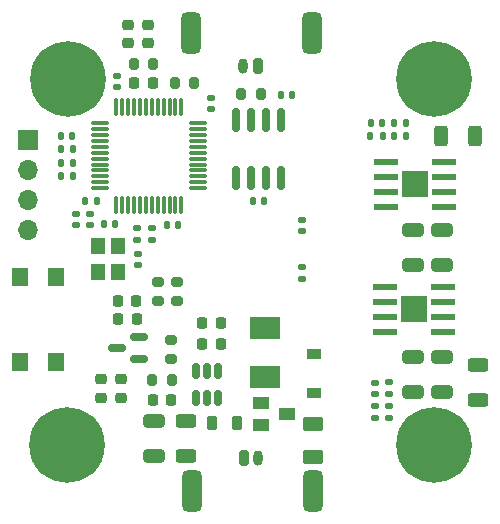
<source format=gbr>
%TF.GenerationSoftware,KiCad,Pcbnew,(6.0.6)*%
%TF.CreationDate,2023-03-01T01:58:39-05:00*%
%TF.ProjectId,Driver-Board,44726976-6572-42d4-926f-6172642e6b69,rev?*%
%TF.SameCoordinates,Original*%
%TF.FileFunction,Soldermask,Top*%
%TF.FilePolarity,Negative*%
%FSLAX46Y46*%
G04 Gerber Fmt 4.6, Leading zero omitted, Abs format (unit mm)*
G04 Created by KiCad (PCBNEW (6.0.6)) date 2023-03-01 01:58:39*
%MOMM*%
%LPD*%
G01*
G04 APERTURE LIST*
G04 Aperture macros list*
%AMRoundRect*
0 Rectangle with rounded corners*
0 $1 Rounding radius*
0 $2 $3 $4 $5 $6 $7 $8 $9 X,Y pos of 4 corners*
0 Add a 4 corners polygon primitive as box body*
4,1,4,$2,$3,$4,$5,$6,$7,$8,$9,$2,$3,0*
0 Add four circle primitives for the rounded corners*
1,1,$1+$1,$2,$3*
1,1,$1+$1,$4,$5*
1,1,$1+$1,$6,$7*
1,1,$1+$1,$8,$9*
0 Add four rect primitives between the rounded corners*
20,1,$1+$1,$2,$3,$4,$5,0*
20,1,$1+$1,$4,$5,$6,$7,0*
20,1,$1+$1,$6,$7,$8,$9,0*
20,1,$1+$1,$8,$9,$2,$3,0*%
G04 Aperture macros list end*
%ADD10RoundRect,0.200000X-0.200000X-0.275000X0.200000X-0.275000X0.200000X0.275000X-0.200000X0.275000X0*%
%ADD11RoundRect,0.135000X0.135000X0.185000X-0.135000X0.185000X-0.135000X-0.185000X0.135000X-0.185000X0*%
%ADD12RoundRect,0.140000X0.140000X0.170000X-0.140000X0.170000X-0.140000X-0.170000X0.140000X-0.170000X0*%
%ADD13RoundRect,0.225000X-0.250000X0.225000X-0.250000X-0.225000X0.250000X-0.225000X0.250000X0.225000X0*%
%ADD14RoundRect,0.225000X0.225000X0.250000X-0.225000X0.250000X-0.225000X-0.250000X0.225000X-0.250000X0*%
%ADD15RoundRect,0.140000X0.170000X-0.140000X0.170000X0.140000X-0.170000X0.140000X-0.170000X-0.140000X0*%
%ADD16RoundRect,0.075000X0.075000X-0.662500X0.075000X0.662500X-0.075000X0.662500X-0.075000X-0.662500X0*%
%ADD17RoundRect,0.075000X0.662500X-0.075000X0.662500X0.075000X-0.662500X0.075000X-0.662500X-0.075000X0*%
%ADD18RoundRect,0.250000X0.625000X-0.375000X0.625000X0.375000X-0.625000X0.375000X-0.625000X-0.375000X0*%
%ADD19RoundRect,0.225000X-0.225000X-0.250000X0.225000X-0.250000X0.225000X0.250000X-0.225000X0.250000X0*%
%ADD20RoundRect,0.200000X0.200000X0.450000X-0.200000X0.450000X-0.200000X-0.450000X0.200000X-0.450000X0*%
%ADD21O,0.800000X1.300000*%
%ADD22RoundRect,0.140000X-0.170000X0.140000X-0.170000X-0.140000X0.170000X-0.140000X0.170000X0.140000X0*%
%ADD23RoundRect,0.135000X-0.135000X-0.185000X0.135000X-0.185000X0.135000X0.185000X-0.135000X0.185000X0*%
%ADD24RoundRect,0.040600X-0.944400X-0.249400X0.944400X-0.249400X0.944400X0.249400X-0.944400X0.249400X0*%
%ADD25R,2.285000X2.285000*%
%ADD26RoundRect,0.140000X-0.140000X-0.170000X0.140000X-0.170000X0.140000X0.170000X-0.140000X0.170000X0*%
%ADD27RoundRect,0.135000X0.185000X-0.135000X0.185000X0.135000X-0.185000X0.135000X-0.185000X-0.135000X0*%
%ADD28C,0.800000*%
%ADD29C,6.400000*%
%ADD30RoundRect,0.150000X0.587500X0.150000X-0.587500X0.150000X-0.587500X-0.150000X0.587500X-0.150000X0*%
%ADD31RoundRect,0.200000X-0.200000X-0.450000X0.200000X-0.450000X0.200000X0.450000X-0.200000X0.450000X0*%
%ADD32R,1.200000X0.900000*%
%ADD33RoundRect,0.200000X0.275000X-0.200000X0.275000X0.200000X-0.275000X0.200000X-0.275000X-0.200000X0*%
%ADD34RoundRect,0.250000X-0.625000X0.312500X-0.625000X-0.312500X0.625000X-0.312500X0.625000X0.312500X0*%
%ADD35RoundRect,0.218750X0.256250X-0.218750X0.256250X0.218750X-0.256250X0.218750X-0.256250X-0.218750X0*%
%ADD36RoundRect,0.150000X0.150000X-0.825000X0.150000X0.825000X-0.150000X0.825000X-0.150000X-0.825000X0*%
%ADD37RoundRect,0.250000X-0.650000X0.325000X-0.650000X-0.325000X0.650000X-0.325000X0.650000X0.325000X0*%
%ADD38RoundRect,0.250000X0.625000X-0.312500X0.625000X0.312500X-0.625000X0.312500X-0.625000X-0.312500X0*%
%ADD39RoundRect,0.218750X-0.218750X-0.381250X0.218750X-0.381250X0.218750X0.381250X-0.218750X0.381250X0*%
%ADD40R,1.400000X1.000000*%
%ADD41RoundRect,0.412500X-0.412500X1.337500X-0.412500X-1.337500X0.412500X-1.337500X0.412500X1.337500X0*%
%ADD42R,2.500000X1.900000*%
%ADD43R,1.200000X1.400000*%
%ADD44R,1.400000X1.600000*%
%ADD45RoundRect,0.250000X0.650000X-0.325000X0.650000X0.325000X-0.650000X0.325000X-0.650000X-0.325000X0*%
%ADD46R,1.700000X1.700000*%
%ADD47O,1.700000X1.700000*%
%ADD48RoundRect,0.150000X-0.150000X0.512500X-0.150000X-0.512500X0.150000X-0.512500X0.150000X0.512500X0*%
%ADD49RoundRect,0.135000X-0.185000X0.135000X-0.185000X-0.135000X0.185000X-0.135000X0.185000X0.135000X0*%
%ADD50RoundRect,0.250000X-0.312500X-0.625000X0.312500X-0.625000X0.312500X0.625000X-0.312500X0.625000X0*%
G04 APERTURE END LIST*
D10*
%TO.C,R19*%
X75625000Y-74450000D03*
X77275000Y-74450000D03*
%TD*%
D11*
%TO.C,R4*%
X67010000Y-80050000D03*
X65990000Y-80050000D03*
%TD*%
D12*
%TO.C,C13*%
X69030000Y-84400000D03*
X68070000Y-84400000D03*
%TD*%
D13*
%TO.C,C5*%
X69400000Y-99525000D03*
X69400000Y-101075000D03*
%TD*%
D14*
%TO.C,C3*%
X72400000Y-94400000D03*
X70850000Y-94400000D03*
%TD*%
D15*
%TO.C,C28*%
X92600000Y-100780000D03*
X92600000Y-99820000D03*
%TD*%
D10*
%TO.C,R9*%
X81275000Y-75400000D03*
X82925000Y-75400000D03*
%TD*%
D16*
%TO.C,U7*%
X70700000Y-84762500D03*
X71200000Y-84762500D03*
X71700000Y-84762500D03*
X72200000Y-84762500D03*
X72700000Y-84762500D03*
X73200000Y-84762500D03*
X73700000Y-84762500D03*
X74200000Y-84762500D03*
X74700000Y-84762500D03*
X75200000Y-84762500D03*
X75700000Y-84762500D03*
X76200000Y-84762500D03*
D17*
X77612500Y-83350000D03*
X77612500Y-82850000D03*
X77612500Y-82350000D03*
X77612500Y-81850000D03*
X77612500Y-81350000D03*
X77612500Y-80850000D03*
X77612500Y-80350000D03*
X77612500Y-79850000D03*
X77612500Y-79350000D03*
X77612500Y-78850000D03*
X77612500Y-78350000D03*
X77612500Y-77850000D03*
D16*
X76200000Y-76437500D03*
X75700000Y-76437500D03*
X75200000Y-76437500D03*
X74700000Y-76437500D03*
X74200000Y-76437500D03*
X73700000Y-76437500D03*
X73200000Y-76437500D03*
X72700000Y-76437500D03*
X72200000Y-76437500D03*
X71700000Y-76437500D03*
X71200000Y-76437500D03*
X70700000Y-76437500D03*
D17*
X69287500Y-77850000D03*
X69287500Y-78350000D03*
X69287500Y-78850000D03*
X69287500Y-79350000D03*
X69287500Y-79850000D03*
X69287500Y-80350000D03*
X69287500Y-80850000D03*
X69287500Y-81350000D03*
X69287500Y-81850000D03*
X69287500Y-82350000D03*
X69287500Y-82850000D03*
X69287500Y-83350000D03*
%TD*%
D18*
%TO.C,F1*%
X87350000Y-106100000D03*
X87350000Y-103300000D03*
%TD*%
D12*
%TO.C,C29*%
X93200000Y-77800000D03*
X92240000Y-77800000D03*
%TD*%
D19*
%TO.C,C8*%
X73775000Y-101250000D03*
X75325000Y-101250000D03*
%TD*%
D20*
%TO.C,J3*%
X82700000Y-73000000D03*
D21*
X81450000Y-73000000D03*
%TD*%
D11*
%TO.C,R5*%
X67010000Y-81200000D03*
X65990000Y-81200000D03*
%TD*%
D22*
%TO.C,C21*%
X86400000Y-90050000D03*
X86400000Y-91010000D03*
%TD*%
D23*
%TO.C,R12*%
X65990000Y-82300000D03*
X67010000Y-82300000D03*
%TD*%
%TO.C,R18*%
X94210000Y-77800000D03*
X95230000Y-77800000D03*
%TD*%
D22*
%TO.C,C17*%
X68500000Y-85520000D03*
X68500000Y-86480000D03*
%TD*%
D19*
%TO.C,C10*%
X77975000Y-96500000D03*
X79525000Y-96500000D03*
%TD*%
D24*
%TO.C,U6*%
X93512500Y-81095000D03*
X93512500Y-82365000D03*
X93512500Y-83635000D03*
X93512500Y-84905000D03*
X98452500Y-84905000D03*
X98452500Y-83635000D03*
X98452500Y-82365000D03*
X98452500Y-81095000D03*
D25*
X95982500Y-83000000D03*
%TD*%
D26*
%TO.C,C16*%
X74970000Y-86450000D03*
X75930000Y-86450000D03*
%TD*%
D27*
%TO.C,R14*%
X93800000Y-100810000D03*
X93800000Y-99790000D03*
%TD*%
D28*
%TO.C,H2*%
X100000000Y-105100000D03*
X99297056Y-103402944D03*
X97600000Y-107500000D03*
X95902944Y-106797056D03*
D29*
X97600000Y-105100000D03*
D28*
X95200000Y-105100000D03*
X95902944Y-103402944D03*
X99297056Y-106797056D03*
X97600000Y-102700000D03*
%TD*%
D22*
%TO.C,C19*%
X72500000Y-88920000D03*
X72500000Y-89880000D03*
%TD*%
D30*
%TO.C,U2*%
X72637500Y-97850000D03*
X72637500Y-95950000D03*
X70762500Y-96900000D03*
%TD*%
D26*
%TO.C,C11*%
X84620000Y-75500000D03*
X85580000Y-75500000D03*
%TD*%
%TO.C,C6*%
X66000000Y-78950000D03*
X66960000Y-78950000D03*
%TD*%
D15*
%TO.C,C20*%
X86450000Y-86980000D03*
X86450000Y-86020000D03*
%TD*%
D21*
%TO.C,J2*%
X82725000Y-106200000D03*
D31*
X81475000Y-106200000D03*
%TD*%
D32*
%TO.C,D1*%
X87400000Y-97350000D03*
X87400000Y-100650000D03*
%TD*%
D13*
%TO.C,C4*%
X71100000Y-99525000D03*
X71100000Y-101075000D03*
%TD*%
D33*
%TO.C,R2*%
X74200000Y-92925000D03*
X74200000Y-91275000D03*
%TD*%
D14*
%TO.C,C7*%
X79525000Y-94800000D03*
X77975000Y-94800000D03*
%TD*%
D34*
%TO.C,R15*%
X101300000Y-98337500D03*
X101300000Y-101262500D03*
%TD*%
D35*
%TO.C,D3*%
X73350000Y-71087500D03*
X73350000Y-69512500D03*
%TD*%
D28*
%TO.C,H1*%
X68900000Y-105100000D03*
X64802944Y-103402944D03*
X64100000Y-105100000D03*
X66500000Y-107500000D03*
X64802944Y-106797056D03*
X68197056Y-103402944D03*
X66500000Y-102700000D03*
X68197056Y-106797056D03*
D29*
X66500000Y-105100000D03*
%TD*%
D12*
%TO.C,C18*%
X70580000Y-86400000D03*
X69620000Y-86400000D03*
%TD*%
D35*
%TO.C,D2*%
X71650000Y-71087500D03*
X71650000Y-69512500D03*
%TD*%
D33*
%TO.C,R7*%
X75350000Y-97825000D03*
X75350000Y-96175000D03*
%TD*%
D36*
%TO.C,U3*%
X80795000Y-82525000D03*
X82065000Y-82525000D03*
X83335000Y-82525000D03*
X84605000Y-82525000D03*
X84605000Y-77575000D03*
X83335000Y-77575000D03*
X82065000Y-77575000D03*
X80795000Y-77575000D03*
%TD*%
D14*
%TO.C,C2*%
X72375000Y-92900000D03*
X70825000Y-92900000D03*
%TD*%
D37*
%TO.C,C26*%
X98300000Y-97625000D03*
X98300000Y-100575000D03*
%TD*%
D27*
%TO.C,R11*%
X73750000Y-87760000D03*
X73750000Y-86740000D03*
%TD*%
D24*
%TO.C,U5*%
X93430000Y-91695000D03*
X93430000Y-92965000D03*
X93430000Y-94235000D03*
X93430000Y-95505000D03*
X98370000Y-95505000D03*
X98370000Y-94235000D03*
X98370000Y-92965000D03*
X98370000Y-91695000D03*
D25*
X95900000Y-93600000D03*
%TD*%
D27*
%TO.C,R13*%
X92600000Y-102810000D03*
X92600000Y-101790000D03*
%TD*%
D15*
%TO.C,C14*%
X70750000Y-74780000D03*
X70750000Y-73820000D03*
%TD*%
D38*
%TO.C,R3*%
X76550000Y-106012500D03*
X76550000Y-103087500D03*
%TD*%
D39*
%TO.C,FB1*%
X78787500Y-103250000D03*
X80912500Y-103250000D03*
%TD*%
D40*
%TO.C,Q1*%
X82900000Y-101500000D03*
X82900000Y-103400000D03*
X85100000Y-102450000D03*
%TD*%
D37*
%TO.C,C24*%
X95800000Y-97625000D03*
X95800000Y-100575000D03*
%TD*%
D41*
%TO.C,J6*%
X87225000Y-70225000D03*
X76975000Y-70225000D03*
%TD*%
D15*
%TO.C,C15*%
X78700000Y-76680000D03*
X78700000Y-75720000D03*
%TD*%
D12*
%TO.C,C9*%
X83180000Y-84400000D03*
X82220000Y-84400000D03*
%TD*%
D37*
%TO.C,C23*%
X98300000Y-86925000D03*
X98300000Y-89875000D03*
%TD*%
D10*
%TO.C,R8*%
X72175000Y-72800000D03*
X73825000Y-72800000D03*
%TD*%
D42*
%TO.C,L1*%
X83300000Y-95200000D03*
X83300000Y-99300000D03*
%TD*%
D43*
%TO.C,Y1*%
X69150000Y-88250000D03*
X69150000Y-90450000D03*
X70850000Y-90450000D03*
X70850000Y-88250000D03*
%TD*%
D26*
%TO.C,C30*%
X94240000Y-78900000D03*
X95200000Y-78900000D03*
%TD*%
D10*
%TO.C,R6*%
X73725000Y-99550000D03*
X75375000Y-99550000D03*
%TD*%
D44*
%TO.C,SW1*%
X62550000Y-90850000D03*
X62550000Y-98050000D03*
X65550000Y-98050000D03*
X65550000Y-90850000D03*
%TD*%
D28*
%TO.C,H4*%
X95902944Y-75797056D03*
X99297056Y-72402944D03*
X97600000Y-76500000D03*
X97600000Y-71700000D03*
X100000000Y-74100000D03*
X95200000Y-74100000D03*
D29*
X97600000Y-74100000D03*
D28*
X99297056Y-75797056D03*
X95902944Y-72402944D03*
%TD*%
D23*
%TO.C,R17*%
X92210000Y-78900000D03*
X93230000Y-78900000D03*
%TD*%
D45*
%TO.C,C1*%
X73900000Y-106025000D03*
X73900000Y-103075000D03*
%TD*%
D46*
%TO.C,J1*%
X63250000Y-79280000D03*
D47*
X63250000Y-81820000D03*
X63250000Y-84360000D03*
X63250000Y-86900000D03*
%TD*%
D48*
%TO.C,U1*%
X79300000Y-98812500D03*
X78350000Y-98812500D03*
X77400000Y-98812500D03*
X77400000Y-101087500D03*
X78350000Y-101087500D03*
X79300000Y-101087500D03*
%TD*%
D41*
%TO.C,J5*%
X87350000Y-108975000D03*
X77100000Y-108975000D03*
%TD*%
D49*
%TO.C,R10*%
X72450000Y-86740000D03*
X72450000Y-87760000D03*
%TD*%
D19*
%TO.C,C12*%
X72225000Y-74450000D03*
X73775000Y-74450000D03*
%TD*%
D28*
%TO.C,H3*%
X64902944Y-75797056D03*
X68297056Y-72402944D03*
X69000000Y-74100000D03*
X64902944Y-72402944D03*
D29*
X66600000Y-74100000D03*
D28*
X64200000Y-74100000D03*
X68297056Y-75797056D03*
X66600000Y-71700000D03*
X66600000Y-76500000D03*
%TD*%
D33*
%TO.C,R1*%
X75800000Y-92925000D03*
X75800000Y-91275000D03*
%TD*%
D22*
%TO.C,C27*%
X93800000Y-101820000D03*
X93800000Y-102780000D03*
%TD*%
D37*
%TO.C,C25*%
X95800000Y-86925000D03*
X95800000Y-89875000D03*
%TD*%
D50*
%TO.C,R16*%
X101062500Y-78900000D03*
X98137500Y-78900000D03*
%TD*%
D22*
%TO.C,C22*%
X67300000Y-85520000D03*
X67300000Y-86480000D03*
%TD*%
M02*

</source>
